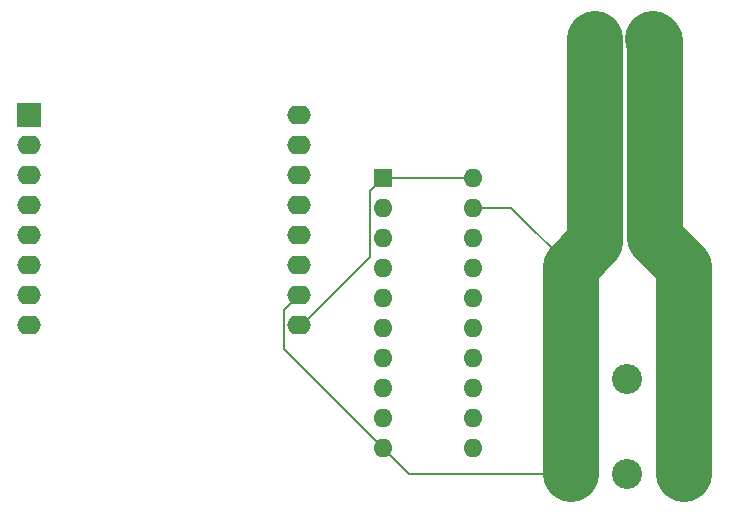
<source format=gbr>
%TF.GenerationSoftware,KiCad,Pcbnew,8.0.4*%
%TF.CreationDate,2024-09-06T23:51:22+02:00*%
%TF.ProjectId,pcb,7063622e-6b69-4636-9164-5f7063625858,rev?*%
%TF.SameCoordinates,Original*%
%TF.FileFunction,Copper,L1,Top*%
%TF.FilePolarity,Positive*%
%FSLAX46Y46*%
G04 Gerber Fmt 4.6, Leading zero omitted, Abs format (unit mm)*
G04 Created by KiCad (PCBNEW 8.0.4) date 2024-09-06 23:51:22*
%MOMM*%
%LPD*%
G01*
G04 APERTURE LIST*
G04 Aperture macros list*
%AMRoundRect*
0 Rectangle with rounded corners*
0 $1 Rounding radius*
0 $2 $3 $4 $5 $6 $7 $8 $9 X,Y pos of 4 corners*
0 Add a 4 corners polygon primitive as box body*
4,1,4,$2,$3,$4,$5,$6,$7,$8,$9,$2,$3,0*
0 Add four circle primitives for the rounded corners*
1,1,$1+$1,$2,$3*
1,1,$1+$1,$4,$5*
1,1,$1+$1,$6,$7*
1,1,$1+$1,$8,$9*
0 Add four rect primitives between the rounded corners*
20,1,$1+$1,$2,$3,$4,$5,0*
20,1,$1+$1,$4,$5,$6,$7,0*
20,1,$1+$1,$6,$7,$8,$9,0*
20,1,$1+$1,$8,$9,$2,$3,0*%
G04 Aperture macros list end*
%TA.AperFunction,ComponentPad*%
%ADD10C,2.550000*%
%TD*%
%TA.AperFunction,ComponentPad*%
%ADD11RoundRect,0.249999X1.025001X1.025001X-1.025001X1.025001X-1.025001X-1.025001X1.025001X-1.025001X0*%
%TD*%
%TA.AperFunction,ComponentPad*%
%ADD12R,1.600000X1.600000*%
%TD*%
%TA.AperFunction,ComponentPad*%
%ADD13O,1.600000X1.600000*%
%TD*%
%TA.AperFunction,ComponentPad*%
%ADD14RoundRect,0.249999X-1.025001X-1.025001X1.025001X-1.025001X1.025001X1.025001X-1.025001X1.025001X0*%
%TD*%
%TA.AperFunction,ComponentPad*%
%ADD15R,2.000000X2.000000*%
%TD*%
%TA.AperFunction,ComponentPad*%
%ADD16O,2.000000X1.600000*%
%TD*%
%TA.AperFunction,ComponentPad*%
%ADD17C,2.000000*%
%TD*%
%TA.AperFunction,Conductor*%
%ADD18C,0.200000*%
%TD*%
%TA.AperFunction,Conductor*%
%ADD19C,4.700000*%
%TD*%
G04 APERTURE END LIST*
D10*
%TO.P,GND  DAT  +5V,3,Pin_3*%
%TO.N,GND*%
X122900000Y-85500000D03*
%TO.P,GND  DAT  +5V,2,Pin_2*%
%TO.N,Net-(LED-GPIO1-Pin_2)*%
X127700000Y-85500000D03*
D11*
%TO.P,GND  DAT  +5V,1,Pin_1*%
%TO.N,+5VD*%
X132500000Y-85500000D03*
%TD*%
D12*
%TO.P,U2,1,A->B*%
%TO.N,+5VD*%
X107000000Y-68420000D03*
D13*
%TO.P,U2,2,A0*%
%TO.N,Net-(U1-TX)*%
X107000000Y-70960000D03*
%TO.P,U2,3,A1*%
%TO.N,Net-(U1-D4)*%
X107000000Y-73500000D03*
%TO.P,U2,4,A2*%
%TO.N,unconnected-(U2-A2-Pad4)*%
X107000000Y-76040000D03*
%TO.P,U2,5,A3*%
%TO.N,unconnected-(U2-A3-Pad5)*%
X107000000Y-78580000D03*
%TO.P,U2,6,A4*%
%TO.N,unconnected-(U2-A4-Pad6)*%
X107000000Y-81120000D03*
%TO.P,U2,7,A5*%
%TO.N,unconnected-(U2-A5-Pad7)*%
X107000000Y-83660000D03*
%TO.P,U2,8,A6*%
%TO.N,unconnected-(U2-A6-Pad8)*%
X107000000Y-86200000D03*
%TO.P,U2,9,A7*%
%TO.N,unconnected-(U2-A7-Pad9)*%
X107000000Y-88740000D03*
%TO.P,U2,10,GND*%
%TO.N,GND*%
X107000000Y-91280000D03*
%TO.P,U2,11,B7*%
%TO.N,unconnected-(U2-B7-Pad11)*%
X114620000Y-91280000D03*
%TO.P,U2,12,B6*%
%TO.N,unconnected-(U2-B6-Pad12)*%
X114620000Y-88740000D03*
%TO.P,U2,13,B5*%
%TO.N,unconnected-(U2-B5-Pad13)*%
X114620000Y-86200000D03*
%TO.P,U2,14,B4*%
%TO.N,unconnected-(U2-B4-Pad14)*%
X114620000Y-83660000D03*
%TO.P,U2,15,B3*%
%TO.N,unconnected-(U2-B3-Pad15)*%
X114620000Y-81120000D03*
%TO.P,U2,16,B2*%
%TO.N,unconnected-(U2-B2-Pad16)*%
X114620000Y-78580000D03*
%TO.P,U2,17,B1*%
%TO.N,Net-(LED-GPIO2-Pin_2)*%
X114620000Y-76040000D03*
%TO.P,U2,18,B0*%
%TO.N,Net-(LED-GPIO1-Pin_2)*%
X114620000Y-73500000D03*
%TO.P,U2,19,CE*%
%TO.N,GND*%
X114620000Y-70960000D03*
%TO.P,U2,20,VCC*%
%TO.N,+5VD*%
X114620000Y-68420000D03*
%TD*%
D14*
%TO.P,GND  +5V,1,Pin_1*%
%TO.N,GND*%
X125000000Y-56700000D03*
D10*
%TO.P,GND  +5V,2,Pin_2*%
%TO.N,+5VD*%
X129800000Y-56700000D03*
%TD*%
%TO.P,GND  DAT  +5V,3,Pin_3*%
%TO.N,GND*%
X122900000Y-93500000D03*
%TO.P,GND  DAT  +5V,2,Pin_2*%
%TO.N,Net-(LED-GPIO2-Pin_2)*%
X127700000Y-93500000D03*
D11*
%TO.P,GND  DAT  +5V,1,Pin_1*%
%TO.N,+5VD*%
X132500000Y-93500000D03*
%TD*%
D15*
%TO.P,U1,1,~{RST}*%
%TO.N,unconnected-(U1-~{RST}-Pad1)*%
X77055000Y-63110000D03*
D16*
%TO.P,U1,2,A0*%
%TO.N,unconnected-(U1-A0-Pad2)*%
X77055000Y-65650000D03*
%TO.P,U1,3,D0*%
%TO.N,unconnected-(U1-D0-Pad3)*%
X77055000Y-68190000D03*
%TO.P,U1,4,SCK/D5*%
%TO.N,unconnected-(U1-SCK{slash}D5-Pad4)*%
X77055000Y-70730000D03*
%TO.P,U1,5,MISO/D6*%
%TO.N,unconnected-(U1-MISO{slash}D6-Pad5)*%
X77055000Y-73270000D03*
%TO.P,U1,6,MOSI/D7*%
%TO.N,unconnected-(U1-MOSI{slash}D7-Pad6)*%
X77055000Y-75810000D03*
%TO.P,U1,7,CS/D8*%
%TO.N,unconnected-(U1-CS{slash}D8-Pad7)*%
X77055000Y-78350000D03*
%TO.P,U1,8,3V3*%
%TO.N,unconnected-(U1-3V3-Pad8)*%
X77055000Y-80890000D03*
%TO.P,U1,9,5V*%
%TO.N,+5VD*%
X99915000Y-80890000D03*
%TO.P,U1,10,GND*%
%TO.N,GND*%
X99915000Y-78350000D03*
%TO.P,U1,11,D4*%
%TO.N,Net-(U1-D4)*%
X99915000Y-75810000D03*
%TO.P,U1,12,D3*%
%TO.N,unconnected-(U1-D3-Pad12)*%
X99915000Y-73270000D03*
%TO.P,U1,13,SDA/D2*%
%TO.N,unconnected-(U1-SDA{slash}D2-Pad13)*%
X99915000Y-70730000D03*
%TO.P,U1,14,SCL/D1*%
%TO.N,unconnected-(U1-SCL{slash}D1-Pad14)*%
X99915000Y-68190000D03*
%TO.P,U1,15,RX*%
%TO.N,unconnected-(U1-RX-Pad15)*%
X99915000Y-65650000D03*
%TO.P,U1,16,TX*%
%TO.N,Net-(U1-TX)*%
X99915000Y-63110000D03*
%TD*%
D15*
%TO.P,C1,1*%
%TO.N,+5VD*%
X130000000Y-73500000D03*
D17*
%TO.P,C1,2*%
%TO.N,GND*%
X125000000Y-73500000D03*
%TD*%
D18*
%TO.N,GND*%
X107000000Y-91280000D02*
X109220000Y-93500000D01*
X109220000Y-93500000D02*
X122900000Y-93500000D01*
D19*
%TO.N,+5VD*%
X130000000Y-73500000D02*
X130000000Y-68500000D01*
X130000000Y-68500000D02*
X130000000Y-56800000D01*
D18*
%TO.N,GND*%
X114620000Y-70960000D02*
X117860000Y-70960000D01*
X117860000Y-70960000D02*
X122900000Y-76000000D01*
D19*
%TO.N,+5VD*%
X130000000Y-56800000D02*
X129900000Y-56700000D01*
%TO.N,GND*%
X125000000Y-73500000D02*
X125000000Y-56700000D01*
X125000000Y-73500000D02*
X125000000Y-73900000D01*
X125000000Y-73900000D02*
X122900000Y-76000000D01*
X122900000Y-85500000D02*
X122900000Y-93500000D01*
X122900000Y-76000000D02*
X122900000Y-85500000D01*
%TO.N,+5VD*%
X132500000Y-85500000D02*
X132500000Y-76000000D01*
X132500000Y-76000000D02*
X130000000Y-73500000D01*
X132500000Y-93500000D02*
X132500000Y-85500000D01*
D18*
X99915000Y-80890000D02*
X100115000Y-80890000D01*
X100115000Y-80890000D02*
X105900000Y-75105000D01*
X105900000Y-75105000D02*
X105900000Y-69520000D01*
X105900000Y-69520000D02*
X107000000Y-68420000D01*
X114620000Y-68420000D02*
X107000000Y-68420000D01*
X107000000Y-68420000D02*
X107000000Y-68500000D01*
%TO.N,GND*%
X98615000Y-79650000D02*
X99915000Y-78350000D01*
X98615000Y-82895000D02*
X98615000Y-79650000D01*
X107000000Y-91280000D02*
X98615000Y-82895000D01*
%TD*%
M02*

</source>
